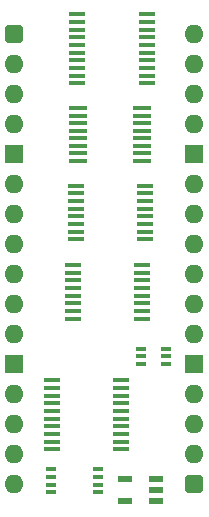
<source format=gbr>
%TF.GenerationSoftware,KiCad,Pcbnew,7.0.5*%
%TF.CreationDate,2023-12-18T11:54:36+02:00*%
%TF.ProjectId,HCP65 MPU Timer,48435036-3520-44d5-9055-2054696d6572,rev?*%
%TF.SameCoordinates,Original*%
%TF.FileFunction,Soldermask,Top*%
%TF.FilePolarity,Negative*%
%FSLAX46Y46*%
G04 Gerber Fmt 4.6, Leading zero omitted, Abs format (unit mm)*
G04 Created by KiCad (PCBNEW 7.0.5) date 2023-12-18 11:54:36*
%MOMM*%
%LPD*%
G01*
G04 APERTURE LIST*
G04 Aperture macros list*
%AMRoundRect*
0 Rectangle with rounded corners*
0 $1 Rounding radius*
0 $2 $3 $4 $5 $6 $7 $8 $9 X,Y pos of 4 corners*
0 Add a 4 corners polygon primitive as box body*
4,1,4,$2,$3,$4,$5,$6,$7,$8,$9,$2,$3,0*
0 Add four circle primitives for the rounded corners*
1,1,$1+$1,$2,$3*
1,1,$1+$1,$4,$5*
1,1,$1+$1,$6,$7*
1,1,$1+$1,$8,$9*
0 Add four rect primitives between the rounded corners*
20,1,$1+$1,$2,$3,$4,$5,0*
20,1,$1+$1,$4,$5,$6,$7,0*
20,1,$1+$1,$6,$7,$8,$9,0*
20,1,$1+$1,$8,$9,$2,$3,0*%
G04 Aperture macros list end*
%ADD10RoundRect,0.400000X-0.400000X-0.400000X0.400000X-0.400000X0.400000X0.400000X-0.400000X0.400000X0*%
%ADD11O,1.600000X1.600000*%
%ADD12R,1.600000X1.600000*%
%ADD13R,1.450000X0.450000*%
%ADD14R,0.875000X0.450000*%
%ADD15R,1.475000X0.450000*%
%ADD16R,1.525000X0.430000*%
%ADD17R,1.150000X0.600000*%
%ADD18R,0.950000X0.450000*%
G04 APERTURE END LIST*
D10*
%TO.C,J2*%
X88900000Y-58420000D03*
D11*
X88900000Y-60960000D03*
X88900000Y-63500000D03*
X88900000Y-66040000D03*
D12*
X88900000Y-68580000D03*
D11*
X88900000Y-71120000D03*
X88900000Y-73660000D03*
X88900000Y-76200000D03*
X88900000Y-78740000D03*
X88900000Y-81280000D03*
X88900000Y-83820000D03*
D12*
X88900000Y-86360000D03*
D11*
X88900000Y-88900000D03*
X88900000Y-91440000D03*
X88900000Y-93980000D03*
X88900000Y-96520000D03*
D10*
X104140000Y-96520000D03*
D11*
X104140000Y-93980000D03*
X104140000Y-91440000D03*
X104140000Y-88900000D03*
D12*
X104140000Y-86360000D03*
D11*
X104140000Y-83820000D03*
X104140000Y-81280000D03*
X104140000Y-78740000D03*
X104140000Y-76200000D03*
X104140000Y-73660000D03*
X104140000Y-71120000D03*
D12*
X104140000Y-68580000D03*
D11*
X104140000Y-66040000D03*
X104140000Y-63500000D03*
X104140000Y-60960000D03*
X104140000Y-58420000D03*
%TD*%
D13*
%TO.C,IC14*%
X94103000Y-71258000D03*
X94103000Y-71908000D03*
X94103000Y-72558000D03*
X94103000Y-73208000D03*
X94103000Y-73858000D03*
X94103000Y-74508000D03*
X94103000Y-75158000D03*
X94103000Y-75808000D03*
X99953000Y-75808000D03*
X99953000Y-75158000D03*
X99953000Y-74508000D03*
X99953000Y-73858000D03*
X99953000Y-73208000D03*
X99953000Y-72558000D03*
X99953000Y-71908000D03*
X99953000Y-71258000D03*
%TD*%
D14*
%TO.C,IC11*%
X99649000Y-85075000D03*
X99649000Y-85725000D03*
X99649000Y-86375000D03*
X101773000Y-86375000D03*
X101773000Y-85725000D03*
X101773000Y-85075000D03*
%TD*%
D15*
%TO.C,IC9*%
X97934000Y-93603000D03*
X97934000Y-92953000D03*
X97934000Y-92303000D03*
X97934000Y-91653000D03*
X97934000Y-91003000D03*
X97934000Y-90353000D03*
X97934000Y-89703000D03*
X97934000Y-89053000D03*
X97934000Y-88403000D03*
X97934000Y-87753000D03*
X92058000Y-87753000D03*
X92058000Y-88403000D03*
X92058000Y-89053000D03*
X92058000Y-89703000D03*
X92058000Y-90353000D03*
X92058000Y-91003000D03*
X92058000Y-91653000D03*
X92058000Y-92303000D03*
X92058000Y-92953000D03*
X92058000Y-93603000D03*
%TD*%
D16*
%TO.C,IC7*%
X94316000Y-64707000D03*
X94316000Y-65341000D03*
X94316000Y-65977000D03*
X94316000Y-66611000D03*
X94316000Y-67247000D03*
X94316000Y-67881000D03*
X94316000Y-68517000D03*
X94316000Y-69151000D03*
X99740000Y-69151000D03*
X99740000Y-68517000D03*
X99740000Y-67881000D03*
X99740000Y-67247000D03*
X99740000Y-66611000D03*
X99740000Y-65977000D03*
X99740000Y-65341000D03*
X99740000Y-64707000D03*
%TD*%
D13*
%TO.C,IC6*%
X93849000Y-77989000D03*
X93849000Y-78639000D03*
X93849000Y-79289000D03*
X93849000Y-79939000D03*
X93849000Y-80589000D03*
X93849000Y-81239000D03*
X93849000Y-81889000D03*
X93849000Y-82539000D03*
X99699000Y-82539000D03*
X99699000Y-81889000D03*
X99699000Y-81239000D03*
X99699000Y-80589000D03*
X99699000Y-79939000D03*
X99699000Y-79289000D03*
X99699000Y-78639000D03*
X99699000Y-77989000D03*
%TD*%
D17*
%TO.C,IC5*%
X100868000Y-97978000D03*
X100868000Y-97028000D03*
X100868000Y-96078000D03*
X98268000Y-96078000D03*
X98268000Y-97978000D03*
%TD*%
D15*
%TO.C,IC2*%
X94217000Y-56765000D03*
X94217000Y-57415000D03*
X94217000Y-58065000D03*
X94217000Y-58715000D03*
X94217000Y-59365000D03*
X94217000Y-60015000D03*
X94217000Y-60665000D03*
X94217000Y-61315000D03*
X94217000Y-61965000D03*
X94217000Y-62615000D03*
X100093000Y-62615000D03*
X100093000Y-61965000D03*
X100093000Y-61315000D03*
X100093000Y-60665000D03*
X100093000Y-60015000D03*
X100093000Y-59365000D03*
X100093000Y-58715000D03*
X100093000Y-58065000D03*
X100093000Y-57415000D03*
X100093000Y-56765000D03*
%TD*%
D18*
%TO.C,IC1*%
X92005000Y-95291000D03*
X92005000Y-95941000D03*
X92005000Y-96591000D03*
X92005000Y-97241000D03*
X95955000Y-97241000D03*
X95955000Y-96591000D03*
X95955000Y-95941000D03*
X95955000Y-95291000D03*
%TD*%
M02*

</source>
